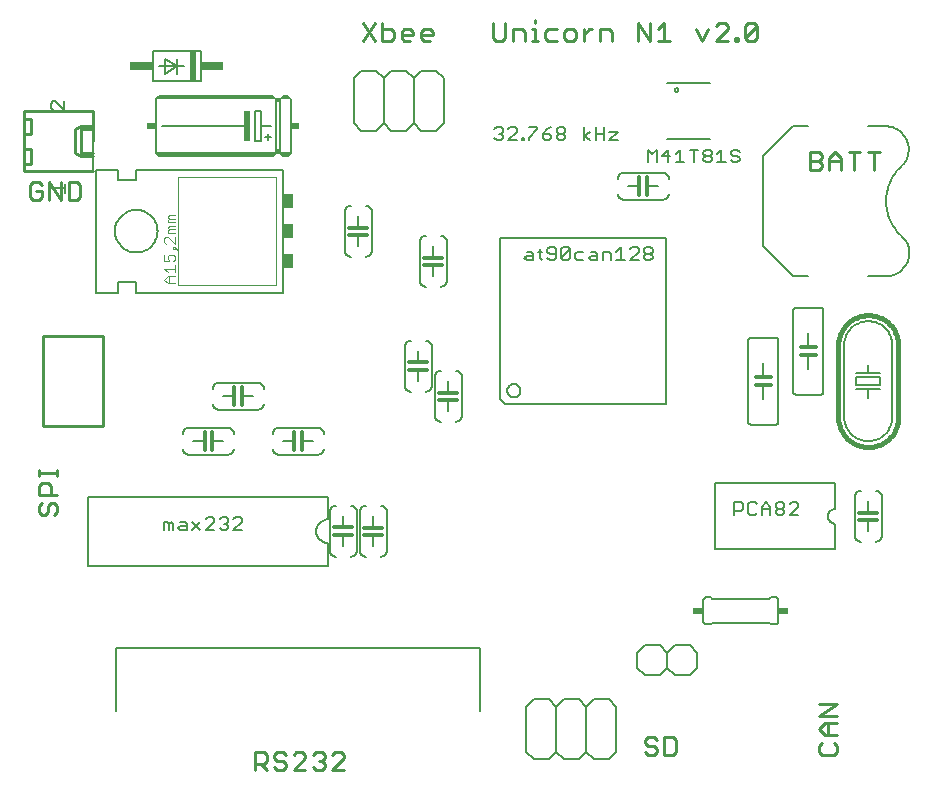
<source format=gto>
G75*
G70*
%OFA0B0*%
%FSLAX24Y24*%
%IPPOS*%
%LPD*%
%AMOC8*
5,1,8,0,0,1.08239X$1,22.5*
%
%ADD10C,0.0110*%
%ADD11C,0.0080*%
%ADD12C,0.0160*%
%ADD13C,0.0060*%
%ADD14C,0.0120*%
%ADD15R,0.0200X0.1000*%
%ADD16R,0.0750X0.0300*%
%ADD17R,0.0340X0.0240*%
%ADD18C,0.0020*%
%ADD19C,0.0040*%
%ADD20R,0.0350X0.0500*%
%ADD21C,0.0100*%
%ADD22R,0.0300X0.0200*%
%ADD23C,0.0070*%
%ADD24C,0.0050*%
D10*
X008680Y003427D02*
X008680Y004018D01*
X008975Y004018D01*
X009074Y003920D01*
X009074Y003723D01*
X008975Y003624D01*
X008680Y003624D01*
X008877Y003624D02*
X009074Y003427D01*
X009324Y003526D02*
X009423Y003427D01*
X009620Y003427D01*
X009718Y003526D01*
X009718Y003624D01*
X009620Y003723D01*
X009423Y003723D01*
X009324Y003821D01*
X009324Y003920D01*
X009423Y004018D01*
X009620Y004018D01*
X009718Y003920D01*
X009969Y003920D02*
X010067Y004018D01*
X010264Y004018D01*
X010363Y003920D01*
X010363Y003821D01*
X009969Y003427D01*
X010363Y003427D01*
X010613Y003526D02*
X010712Y003427D01*
X010909Y003427D01*
X011007Y003526D01*
X011007Y003624D01*
X010909Y003723D01*
X010810Y003723D01*
X010909Y003723D02*
X011007Y003821D01*
X011007Y003920D01*
X010909Y004018D01*
X010712Y004018D01*
X010613Y003920D01*
X011258Y003920D02*
X011356Y004018D01*
X011553Y004018D01*
X011652Y003920D01*
X011652Y003821D01*
X011258Y003427D01*
X011652Y003427D01*
X002070Y012026D02*
X001971Y011927D01*
X002070Y012026D02*
X002070Y012223D01*
X001971Y012321D01*
X001873Y012321D01*
X001775Y012223D01*
X001775Y012026D01*
X001676Y011927D01*
X001578Y011927D01*
X001479Y012026D01*
X001479Y012223D01*
X001578Y012321D01*
X001479Y012572D02*
X001479Y012867D01*
X001578Y012966D01*
X001775Y012966D01*
X001873Y012867D01*
X001873Y012572D01*
X002070Y012572D02*
X001479Y012572D01*
X001479Y013216D02*
X001479Y013413D01*
X001479Y013315D02*
X002070Y013315D01*
X002070Y013413D02*
X002070Y013216D01*
X002218Y022427D02*
X002218Y023018D01*
X002469Y023018D02*
X002764Y023018D01*
X002863Y022920D01*
X002863Y022526D01*
X002764Y022427D01*
X002469Y022427D01*
X002469Y023018D01*
X002218Y022427D02*
X001824Y023018D01*
X001824Y022427D01*
X001574Y022526D02*
X001574Y022723D01*
X001377Y022723D01*
X001574Y022920D02*
X001475Y023018D01*
X001278Y023018D01*
X001180Y022920D01*
X001180Y022526D01*
X001278Y022427D01*
X001475Y022427D01*
X001574Y022526D01*
X012280Y027727D02*
X012674Y028318D01*
X012924Y028318D02*
X012924Y027727D01*
X013220Y027727D01*
X013318Y027826D01*
X013318Y028023D01*
X013220Y028121D01*
X012924Y028121D01*
X012674Y027727D02*
X012280Y028318D01*
X013569Y028023D02*
X013667Y028121D01*
X013864Y028121D01*
X013963Y028023D01*
X013963Y027924D01*
X013569Y027924D01*
X013569Y027826D02*
X013569Y028023D01*
X013569Y027826D02*
X013667Y027727D01*
X013864Y027727D01*
X014213Y027826D02*
X014213Y028023D01*
X014312Y028121D01*
X014509Y028121D01*
X014607Y028023D01*
X014607Y027924D01*
X014213Y027924D01*
X014213Y027826D02*
X014312Y027727D01*
X014509Y027727D01*
X016630Y027826D02*
X016728Y027727D01*
X016925Y027727D01*
X017024Y027826D01*
X017024Y028318D01*
X017274Y028121D02*
X017570Y028121D01*
X017668Y028023D01*
X017668Y027727D01*
X017919Y027727D02*
X018116Y027727D01*
X018017Y027727D02*
X018017Y028121D01*
X017919Y028121D01*
X018017Y028318D02*
X018017Y028416D01*
X018349Y028023D02*
X018349Y027826D01*
X018447Y027727D01*
X018742Y027727D01*
X018993Y027826D02*
X019092Y027727D01*
X019288Y027727D01*
X019387Y027826D01*
X019387Y028023D01*
X019288Y028121D01*
X019092Y028121D01*
X018993Y028023D01*
X018993Y027826D01*
X018742Y028121D02*
X018447Y028121D01*
X018349Y028023D01*
X017274Y028121D02*
X017274Y027727D01*
X016630Y027826D02*
X016630Y028318D01*
X019638Y028121D02*
X019638Y027727D01*
X019638Y027924D02*
X019834Y028121D01*
X019933Y028121D01*
X020175Y028121D02*
X020470Y028121D01*
X020568Y028023D01*
X020568Y027727D01*
X020175Y027727D02*
X020175Y028121D01*
X021464Y028318D02*
X021464Y027727D01*
X021857Y027727D02*
X021464Y028318D01*
X021857Y028318D02*
X021857Y027727D01*
X022108Y027727D02*
X022502Y027727D01*
X022305Y027727D02*
X022305Y028318D01*
X022108Y028121D01*
X023397Y028121D02*
X023594Y027727D01*
X023791Y028121D01*
X024042Y028220D02*
X024140Y028318D01*
X024337Y028318D01*
X024436Y028220D01*
X024436Y028121D01*
X024042Y027727D01*
X024436Y027727D01*
X024686Y027727D02*
X024686Y027826D01*
X024785Y027826D01*
X024785Y027727D01*
X024686Y027727D01*
X025009Y027826D02*
X025402Y028220D01*
X025402Y027826D01*
X025304Y027727D01*
X025107Y027727D01*
X025009Y027826D01*
X025009Y028220D01*
X025107Y028318D01*
X025304Y028318D01*
X025402Y028220D01*
X027180Y024018D02*
X027475Y024018D01*
X027574Y023920D01*
X027574Y023821D01*
X027475Y023723D01*
X027180Y023723D01*
X027180Y024018D02*
X027180Y023427D01*
X027475Y023427D01*
X027574Y023526D01*
X027574Y023624D01*
X027475Y023723D01*
X027824Y023723D02*
X028218Y023723D01*
X028218Y023821D02*
X028218Y023427D01*
X027824Y023427D02*
X027824Y023821D01*
X028021Y024018D01*
X028218Y023821D01*
X028469Y024018D02*
X028863Y024018D01*
X028666Y024018D02*
X028666Y023427D01*
X029310Y023427D02*
X029310Y024018D01*
X029113Y024018D02*
X029507Y024018D01*
X028070Y005610D02*
X027479Y005610D01*
X027479Y005216D02*
X028070Y005610D01*
X028070Y005216D02*
X027479Y005216D01*
X027676Y004966D02*
X028070Y004966D01*
X027775Y004966D02*
X027775Y004572D01*
X027676Y004572D02*
X027479Y004769D01*
X027676Y004966D01*
X027676Y004572D02*
X028070Y004572D01*
X027971Y004321D02*
X028070Y004223D01*
X028070Y004026D01*
X027971Y003927D01*
X027578Y003927D01*
X027479Y004026D01*
X027479Y004223D01*
X027578Y004321D01*
X022718Y004420D02*
X022718Y004026D01*
X022620Y003927D01*
X022324Y003927D01*
X022324Y004518D01*
X022620Y004518D01*
X022718Y004420D01*
X022074Y004420D02*
X021975Y004518D01*
X021778Y004518D01*
X021680Y004420D01*
X021680Y004321D01*
X021778Y004223D01*
X021975Y004223D01*
X022074Y004124D01*
X022074Y004026D01*
X021975Y003927D01*
X021778Y003927D01*
X021680Y004026D01*
D11*
X004062Y005372D02*
X004062Y007475D01*
X016188Y007475D01*
X016188Y005372D01*
X008247Y011412D02*
X007967Y011412D01*
X008247Y011693D01*
X008247Y011763D01*
X008177Y011833D01*
X008037Y011833D01*
X007967Y011763D01*
X007787Y011763D02*
X007787Y011693D01*
X007716Y011623D01*
X007787Y011553D01*
X007787Y011482D01*
X007716Y011412D01*
X007576Y011412D01*
X007506Y011482D01*
X007326Y011412D02*
X007046Y011412D01*
X007326Y011693D01*
X007326Y011763D01*
X007256Y011833D01*
X007116Y011833D01*
X007046Y011763D01*
X006866Y011693D02*
X006586Y011412D01*
X006405Y011412D02*
X006195Y011412D01*
X006125Y011482D01*
X006195Y011553D01*
X006405Y011553D01*
X006405Y011623D02*
X006405Y011412D01*
X006405Y011623D02*
X006335Y011693D01*
X006195Y011693D01*
X005945Y011623D02*
X005945Y011412D01*
X005805Y011412D02*
X005805Y011623D01*
X005875Y011693D01*
X005945Y011623D01*
X005805Y011623D02*
X005735Y011693D01*
X005665Y011693D01*
X005665Y011412D01*
X006586Y011693D02*
X006866Y011412D01*
X007506Y011763D02*
X007576Y011833D01*
X007716Y011833D01*
X007787Y011763D01*
X007716Y011623D02*
X007646Y011623D01*
X017665Y020482D02*
X017735Y020553D01*
X017945Y020553D01*
X017945Y020623D02*
X017945Y020412D01*
X017735Y020412D01*
X017665Y020482D01*
X017735Y020693D02*
X017875Y020693D01*
X017945Y020623D01*
X018125Y020693D02*
X018265Y020693D01*
X018195Y020763D02*
X018195Y020482D01*
X018265Y020412D01*
X018432Y020482D02*
X018502Y020412D01*
X018642Y020412D01*
X018712Y020482D01*
X018712Y020763D01*
X018642Y020833D01*
X018502Y020833D01*
X018432Y020763D01*
X018432Y020693D01*
X018502Y020623D01*
X018712Y020623D01*
X018892Y020763D02*
X018963Y020833D01*
X019103Y020833D01*
X019173Y020763D01*
X018892Y020482D01*
X018963Y020412D01*
X019103Y020412D01*
X019173Y020482D01*
X019173Y020763D01*
X019353Y020623D02*
X019353Y020482D01*
X019423Y020412D01*
X019633Y020412D01*
X019813Y020482D02*
X019883Y020553D01*
X020093Y020553D01*
X020093Y020623D02*
X020093Y020412D01*
X019883Y020412D01*
X019813Y020482D01*
X019883Y020693D02*
X020023Y020693D01*
X020093Y020623D01*
X020274Y020693D02*
X020274Y020412D01*
X020554Y020412D02*
X020554Y020623D01*
X020484Y020693D01*
X020274Y020693D01*
X020734Y020693D02*
X020874Y020833D01*
X020874Y020412D01*
X020734Y020412D02*
X021014Y020412D01*
X021194Y020412D02*
X021474Y020693D01*
X021474Y020763D01*
X021404Y020833D01*
X021264Y020833D01*
X021194Y020763D01*
X021194Y020412D02*
X021474Y020412D01*
X021655Y020482D02*
X021655Y020553D01*
X021725Y020623D01*
X021865Y020623D01*
X021935Y020553D01*
X021935Y020482D01*
X021865Y020412D01*
X021725Y020412D01*
X021655Y020482D01*
X021725Y020623D02*
X021655Y020693D01*
X021655Y020763D01*
X021725Y020833D01*
X021865Y020833D01*
X021935Y020763D01*
X021935Y020693D01*
X021865Y020623D01*
X019633Y020693D02*
X019423Y020693D01*
X019353Y020623D01*
X018892Y020763D02*
X018892Y020482D01*
X021792Y023662D02*
X021792Y024083D01*
X021932Y023943D01*
X022072Y024083D01*
X022072Y023662D01*
X022253Y023873D02*
X022533Y023873D01*
X022713Y023943D02*
X022853Y024083D01*
X022853Y023662D01*
X022713Y023662D02*
X022993Y023662D01*
X023313Y023662D02*
X023313Y024083D01*
X023173Y024083D02*
X023453Y024083D01*
X023634Y024013D02*
X023634Y023943D01*
X023704Y023873D01*
X023844Y023873D01*
X023914Y023803D01*
X023914Y023732D01*
X023844Y023662D01*
X023704Y023662D01*
X023634Y023732D01*
X023634Y023803D01*
X023704Y023873D01*
X023844Y023873D02*
X023914Y023943D01*
X023914Y024013D01*
X023844Y024083D01*
X023704Y024083D01*
X023634Y024013D01*
X024094Y023943D02*
X024234Y024083D01*
X024234Y023662D01*
X024094Y023662D02*
X024374Y023662D01*
X024554Y023732D02*
X024624Y023662D01*
X024764Y023662D01*
X024835Y023732D01*
X024835Y023803D01*
X024764Y023873D01*
X024624Y023873D01*
X024554Y023943D01*
X024554Y024013D01*
X024624Y024083D01*
X024764Y024083D01*
X024835Y024013D01*
X025625Y023872D02*
X025625Y020872D01*
X026625Y019872D01*
X027125Y019872D01*
X029125Y019872D02*
X029725Y019872D01*
X029779Y019874D01*
X029832Y019880D01*
X029885Y019889D01*
X029938Y019902D01*
X029989Y019919D01*
X030039Y019939D01*
X030088Y019963D01*
X030134Y019990D01*
X030179Y020020D01*
X030221Y020054D01*
X030261Y020090D01*
X030299Y020129D01*
X030333Y020171D01*
X030365Y020214D01*
X030393Y020260D01*
X030418Y020308D01*
X030440Y020358D01*
X030458Y020409D01*
X030473Y020461D01*
X030483Y020513D01*
X030490Y020567D01*
X030494Y020621D01*
X030493Y020675D01*
X030489Y020729D01*
X030481Y020782D01*
X030469Y020835D01*
X030454Y020887D01*
X030435Y020937D01*
X030412Y020986D01*
X030386Y021034D01*
X030357Y021079D01*
X030325Y021122D01*
X030264Y021173D01*
X030206Y021228D01*
X030150Y021285D01*
X030098Y021345D01*
X030048Y021407D01*
X030002Y021472D01*
X029959Y021539D01*
X029919Y021608D01*
X029883Y021679D01*
X029850Y021751D01*
X029821Y021826D01*
X029796Y021901D01*
X029774Y021978D01*
X029757Y022055D01*
X029743Y022134D01*
X029733Y022213D01*
X029727Y022292D01*
X029725Y022372D01*
X029727Y022452D01*
X029733Y022531D01*
X029743Y022610D01*
X029757Y022689D01*
X029774Y022766D01*
X029796Y022843D01*
X029821Y022918D01*
X029850Y022993D01*
X029883Y023065D01*
X029919Y023136D01*
X029959Y023205D01*
X030002Y023272D01*
X030048Y023337D01*
X030098Y023399D01*
X030150Y023459D01*
X030206Y023516D01*
X030264Y023571D01*
X030325Y023622D01*
X030324Y023623D02*
X030355Y023668D01*
X030382Y023715D01*
X030406Y023764D01*
X030427Y023815D01*
X030444Y023867D01*
X030457Y023920D01*
X030467Y023974D01*
X030473Y024028D01*
X030475Y024083D01*
X030473Y024137D01*
X030468Y024192D01*
X030459Y024246D01*
X030446Y024299D01*
X030429Y024351D01*
X030409Y024402D01*
X030385Y024451D01*
X030358Y024499D01*
X030328Y024544D01*
X030295Y024587D01*
X030258Y024628D01*
X030219Y024667D01*
X030178Y024702D01*
X030134Y024735D01*
X030088Y024764D01*
X030040Y024790D01*
X029990Y024813D01*
X029939Y024832D01*
X029886Y024848D01*
X029833Y024860D01*
X029779Y024868D01*
X029725Y024872D01*
X029125Y024872D01*
X027125Y024872D02*
X026625Y024872D01*
X025625Y023872D01*
X022463Y023662D02*
X022463Y024083D01*
X022253Y023873D01*
X020781Y024412D02*
X020501Y024412D01*
X020781Y024693D01*
X020501Y024693D01*
X020321Y024623D02*
X020041Y024623D01*
X019867Y024693D02*
X019657Y024553D01*
X019867Y024412D01*
X020041Y024412D02*
X020041Y024833D01*
X020321Y024833D02*
X020321Y024412D01*
X019657Y024412D02*
X019657Y024833D01*
X019017Y024763D02*
X019017Y024693D01*
X018947Y024623D01*
X018806Y024623D01*
X018736Y024693D01*
X018736Y024763D01*
X018806Y024833D01*
X018947Y024833D01*
X019017Y024763D01*
X018947Y024623D02*
X019017Y024553D01*
X019017Y024482D01*
X018947Y024412D01*
X018806Y024412D01*
X018736Y024482D01*
X018736Y024553D01*
X018806Y024623D01*
X018556Y024553D02*
X018486Y024623D01*
X018276Y024623D01*
X018276Y024482D01*
X018346Y024412D01*
X018486Y024412D01*
X018556Y024482D01*
X018556Y024553D01*
X018416Y024763D02*
X018276Y024623D01*
X018416Y024763D02*
X018556Y024833D01*
X018096Y024833D02*
X018096Y024763D01*
X017816Y024482D01*
X017816Y024412D01*
X017656Y024412D02*
X017656Y024482D01*
X017586Y024482D01*
X017586Y024412D01*
X017656Y024412D01*
X017405Y024412D02*
X017125Y024412D01*
X017405Y024693D01*
X017405Y024763D01*
X017335Y024833D01*
X017195Y024833D01*
X017125Y024763D01*
X016945Y024763D02*
X016945Y024693D01*
X016875Y024623D01*
X016945Y024553D01*
X016945Y024482D01*
X016875Y024412D01*
X016735Y024412D01*
X016665Y024482D01*
X016805Y024623D02*
X016875Y024623D01*
X016945Y024763D02*
X016875Y024833D01*
X016735Y024833D01*
X016665Y024763D01*
X017816Y024833D02*
X018096Y024833D01*
X022678Y026082D02*
X022680Y026097D01*
X022686Y026110D01*
X022695Y026122D01*
X022706Y026131D01*
X022720Y026137D01*
X022735Y026139D01*
X022750Y026137D01*
X022763Y026131D01*
X022775Y026122D01*
X022784Y026111D01*
X022790Y026097D01*
X022792Y026082D01*
X022790Y026067D01*
X022784Y026054D01*
X022775Y026042D01*
X022764Y026033D01*
X022750Y026027D01*
X022735Y026025D01*
X022720Y026027D01*
X022707Y026033D01*
X022695Y026042D01*
X022686Y026053D01*
X022680Y026067D01*
X022678Y026082D01*
X024665Y012333D02*
X024875Y012333D01*
X024945Y012263D01*
X024945Y012123D01*
X024875Y012053D01*
X024665Y012053D01*
X024665Y011912D02*
X024665Y012333D01*
X025125Y012263D02*
X025125Y011982D01*
X025195Y011912D01*
X025335Y011912D01*
X025405Y011982D01*
X025586Y011912D02*
X025586Y012193D01*
X025726Y012333D01*
X025866Y012193D01*
X025866Y011912D01*
X026046Y011982D02*
X026116Y011912D01*
X026256Y011912D01*
X026326Y011982D01*
X026326Y012053D01*
X026256Y012123D01*
X026116Y012123D01*
X026046Y012193D01*
X026046Y012263D01*
X026116Y012333D01*
X026256Y012333D01*
X026326Y012263D01*
X026326Y012193D01*
X026256Y012123D01*
X026116Y012123D02*
X026046Y012053D01*
X026046Y011982D01*
X025866Y012123D02*
X025586Y012123D01*
X025405Y012263D02*
X025335Y012333D01*
X025195Y012333D01*
X025125Y012263D01*
X026506Y012263D02*
X026576Y012333D01*
X026716Y012333D01*
X026787Y012263D01*
X026787Y012193D01*
X026506Y011912D01*
X026787Y011912D01*
D12*
X028125Y015172D02*
X028125Y017572D01*
X028127Y017634D01*
X028133Y017695D01*
X028142Y017756D01*
X028155Y017816D01*
X028172Y017875D01*
X028193Y017933D01*
X028217Y017990D01*
X028244Y018045D01*
X028275Y018098D01*
X028309Y018150D01*
X028346Y018199D01*
X028386Y018246D01*
X028429Y018290D01*
X028474Y018331D01*
X028522Y018370D01*
X028573Y018406D01*
X028625Y018438D01*
X028679Y018467D01*
X028735Y018493D01*
X028793Y018515D01*
X028851Y018534D01*
X028911Y018549D01*
X028972Y018560D01*
X029033Y018568D01*
X029094Y018572D01*
X029156Y018572D01*
X029217Y018568D01*
X029278Y018560D01*
X029339Y018549D01*
X029399Y018534D01*
X029457Y018515D01*
X029515Y018493D01*
X029571Y018467D01*
X029625Y018438D01*
X029677Y018406D01*
X029728Y018370D01*
X029776Y018331D01*
X029821Y018290D01*
X029864Y018246D01*
X029904Y018199D01*
X029941Y018150D01*
X029975Y018098D01*
X030006Y018045D01*
X030033Y017990D01*
X030057Y017933D01*
X030078Y017875D01*
X030095Y017816D01*
X030108Y017756D01*
X030117Y017695D01*
X030123Y017634D01*
X030125Y017572D01*
X030125Y015172D01*
X030123Y015110D01*
X030117Y015049D01*
X030108Y014988D01*
X030095Y014928D01*
X030078Y014869D01*
X030057Y014811D01*
X030033Y014754D01*
X030006Y014699D01*
X029975Y014646D01*
X029941Y014594D01*
X029904Y014545D01*
X029864Y014498D01*
X029821Y014454D01*
X029776Y014413D01*
X029728Y014374D01*
X029677Y014338D01*
X029625Y014306D01*
X029571Y014277D01*
X029515Y014251D01*
X029457Y014229D01*
X029399Y014210D01*
X029339Y014195D01*
X029278Y014184D01*
X029217Y014176D01*
X029156Y014172D01*
X029094Y014172D01*
X029033Y014176D01*
X028972Y014184D01*
X028911Y014195D01*
X028851Y014210D01*
X028793Y014229D01*
X028735Y014251D01*
X028679Y014277D01*
X028625Y014306D01*
X028573Y014338D01*
X028522Y014374D01*
X028474Y014413D01*
X028429Y014454D01*
X028386Y014498D01*
X028346Y014545D01*
X028309Y014594D01*
X028275Y014646D01*
X028244Y014699D01*
X028217Y014754D01*
X028193Y014811D01*
X028172Y014869D01*
X028155Y014928D01*
X028142Y014988D01*
X028133Y015049D01*
X028127Y015110D01*
X028125Y015172D01*
D13*
X028325Y015172D02*
X028325Y017572D01*
X028327Y017628D01*
X028333Y017683D01*
X028342Y017738D01*
X028356Y017793D01*
X028373Y017846D01*
X028394Y017897D01*
X028419Y017948D01*
X028447Y017996D01*
X028478Y018042D01*
X028512Y018086D01*
X028550Y018128D01*
X028590Y018167D01*
X028632Y018202D01*
X028678Y018235D01*
X028725Y018265D01*
X028774Y018291D01*
X028825Y018314D01*
X028878Y018333D01*
X028931Y018348D01*
X028986Y018360D01*
X029041Y018368D01*
X029097Y018372D01*
X029153Y018372D01*
X029209Y018368D01*
X029264Y018360D01*
X029319Y018348D01*
X029372Y018333D01*
X029425Y018314D01*
X029476Y018291D01*
X029525Y018265D01*
X029572Y018235D01*
X029618Y018202D01*
X029660Y018167D01*
X029700Y018128D01*
X029738Y018086D01*
X029772Y018042D01*
X029803Y017996D01*
X029831Y017948D01*
X029856Y017897D01*
X029877Y017846D01*
X029894Y017793D01*
X029908Y017738D01*
X029917Y017683D01*
X029923Y017628D01*
X029925Y017572D01*
X029925Y015172D01*
X029923Y015116D01*
X029917Y015061D01*
X029908Y015006D01*
X029894Y014951D01*
X029877Y014898D01*
X029856Y014847D01*
X029831Y014796D01*
X029803Y014748D01*
X029772Y014702D01*
X029738Y014658D01*
X029700Y014616D01*
X029660Y014577D01*
X029618Y014542D01*
X029572Y014509D01*
X029525Y014479D01*
X029476Y014453D01*
X029425Y014430D01*
X029372Y014411D01*
X029319Y014396D01*
X029264Y014384D01*
X029209Y014376D01*
X029153Y014372D01*
X029097Y014372D01*
X029041Y014376D01*
X028986Y014384D01*
X028931Y014396D01*
X028878Y014411D01*
X028825Y014430D01*
X028774Y014453D01*
X028725Y014479D01*
X028678Y014509D01*
X028632Y014542D01*
X028590Y014577D01*
X028550Y014616D01*
X028512Y014658D01*
X028478Y014702D01*
X028447Y014748D01*
X028419Y014796D01*
X028394Y014847D01*
X028373Y014898D01*
X028356Y014951D01*
X028342Y015006D01*
X028333Y015061D01*
X028327Y015116D01*
X028325Y015172D01*
X028725Y016102D02*
X029125Y016102D01*
X029125Y015822D01*
X029125Y016102D02*
X029525Y016102D01*
X029525Y016252D02*
X029525Y016502D01*
X028725Y016502D01*
X028725Y016252D01*
X029525Y016252D01*
X029525Y016642D02*
X029125Y016642D01*
X028725Y016642D01*
X029125Y016642D02*
X029125Y016922D01*
X027625Y016022D02*
X027625Y018722D01*
X027623Y018739D01*
X027619Y018756D01*
X027612Y018772D01*
X027602Y018786D01*
X027589Y018799D01*
X027575Y018809D01*
X027559Y018816D01*
X027542Y018820D01*
X027525Y018822D01*
X026725Y018822D01*
X026708Y018820D01*
X026691Y018816D01*
X026675Y018809D01*
X026661Y018799D01*
X026648Y018786D01*
X026638Y018772D01*
X026631Y018756D01*
X026627Y018739D01*
X026625Y018722D01*
X026625Y016022D01*
X026627Y016005D01*
X026631Y015988D01*
X026638Y015972D01*
X026648Y015958D01*
X026661Y015945D01*
X026675Y015935D01*
X026691Y015928D01*
X026708Y015924D01*
X026725Y015922D01*
X027525Y015922D01*
X027542Y015924D01*
X027559Y015928D01*
X027575Y015935D01*
X027589Y015945D01*
X027602Y015958D01*
X027612Y015972D01*
X027619Y015988D01*
X027623Y016005D01*
X027625Y016022D01*
X027125Y016772D02*
X027125Y017252D01*
X027125Y017502D02*
X027125Y017972D01*
X026125Y017722D02*
X026125Y015022D01*
X026123Y015005D01*
X026119Y014988D01*
X026112Y014972D01*
X026102Y014958D01*
X026089Y014945D01*
X026075Y014935D01*
X026059Y014928D01*
X026042Y014924D01*
X026025Y014922D01*
X025225Y014922D01*
X025208Y014924D01*
X025191Y014928D01*
X025175Y014935D01*
X025161Y014945D01*
X025148Y014958D01*
X025138Y014972D01*
X025131Y014988D01*
X025127Y015005D01*
X025125Y015022D01*
X025125Y017722D01*
X025127Y017739D01*
X025131Y017756D01*
X025138Y017772D01*
X025148Y017786D01*
X025161Y017799D01*
X025175Y017809D01*
X025191Y017816D01*
X025208Y017820D01*
X025225Y017822D01*
X026025Y017822D01*
X026042Y017820D01*
X026059Y017816D01*
X026075Y017809D01*
X026089Y017799D01*
X026102Y017786D01*
X026112Y017772D01*
X026119Y017756D01*
X026123Y017739D01*
X026125Y017722D01*
X025625Y016972D02*
X025625Y016502D01*
X025625Y016252D02*
X025625Y015772D01*
X024025Y012972D02*
X024025Y010772D01*
X028025Y010772D01*
X028025Y011622D01*
X027995Y011624D01*
X027965Y011629D01*
X027936Y011638D01*
X027909Y011651D01*
X027883Y011666D01*
X027859Y011685D01*
X027838Y011706D01*
X027819Y011730D01*
X027804Y011756D01*
X027791Y011783D01*
X027782Y011812D01*
X027777Y011842D01*
X027775Y011872D01*
X027777Y011902D01*
X027782Y011932D01*
X027791Y011961D01*
X027804Y011988D01*
X027819Y012014D01*
X027838Y012038D01*
X027859Y012059D01*
X027883Y012078D01*
X027909Y012093D01*
X027936Y012106D01*
X027965Y012115D01*
X027995Y012120D01*
X028025Y012122D01*
X028025Y012972D01*
X024025Y012972D01*
X022395Y015602D02*
X017025Y015602D01*
X016855Y015772D01*
X016855Y021143D01*
X022395Y021143D01*
X022395Y015602D01*
X017090Y016057D02*
X017092Y016086D01*
X017098Y016115D01*
X017107Y016143D01*
X017121Y016169D01*
X017137Y016193D01*
X017157Y016215D01*
X017180Y016234D01*
X017204Y016250D01*
X017231Y016262D01*
X017259Y016271D01*
X017288Y016276D01*
X017317Y016277D01*
X017347Y016274D01*
X017375Y016267D01*
X017403Y016257D01*
X017428Y016242D01*
X017452Y016225D01*
X017473Y016205D01*
X017491Y016182D01*
X017506Y016156D01*
X017518Y016129D01*
X017526Y016101D01*
X017530Y016072D01*
X017530Y016042D01*
X017526Y016013D01*
X017518Y015985D01*
X017506Y015958D01*
X017491Y015932D01*
X017473Y015909D01*
X017452Y015889D01*
X017428Y015872D01*
X017403Y015857D01*
X017375Y015847D01*
X017347Y015840D01*
X017317Y015837D01*
X017288Y015838D01*
X017259Y015843D01*
X017231Y015852D01*
X017204Y015864D01*
X017180Y015880D01*
X017157Y015899D01*
X017137Y015921D01*
X017121Y015945D01*
X017107Y015971D01*
X017098Y015999D01*
X017092Y016028D01*
X017090Y016057D01*
X015575Y016522D02*
X015575Y015222D01*
X015573Y015196D01*
X015568Y015170D01*
X015560Y015145D01*
X015548Y015122D01*
X015534Y015100D01*
X015516Y015081D01*
X015497Y015063D01*
X015475Y015049D01*
X015452Y015037D01*
X015427Y015029D01*
X015401Y015024D01*
X015375Y015022D01*
X015125Y015372D02*
X015125Y015742D01*
X015125Y015992D02*
X015125Y016372D01*
X015375Y016722D02*
X015401Y016720D01*
X015427Y016715D01*
X015452Y016707D01*
X015475Y016695D01*
X015497Y016681D01*
X015516Y016663D01*
X015534Y016644D01*
X015548Y016622D01*
X015560Y016599D01*
X015568Y016574D01*
X015573Y016548D01*
X015575Y016522D01*
X014875Y016722D02*
X014849Y016720D01*
X014823Y016715D01*
X014798Y016707D01*
X014775Y016695D01*
X014753Y016681D01*
X014734Y016663D01*
X014716Y016644D01*
X014702Y016622D01*
X014690Y016599D01*
X014682Y016574D01*
X014677Y016548D01*
X014675Y016522D01*
X014675Y015222D01*
X014677Y015196D01*
X014682Y015170D01*
X014690Y015145D01*
X014702Y015122D01*
X014716Y015100D01*
X014734Y015081D01*
X014753Y015063D01*
X014775Y015049D01*
X014798Y015037D01*
X014823Y015029D01*
X014849Y015024D01*
X014875Y015022D01*
X014575Y016222D02*
X014575Y017522D01*
X014573Y017548D01*
X014568Y017574D01*
X014560Y017599D01*
X014548Y017622D01*
X014534Y017644D01*
X014516Y017663D01*
X014497Y017681D01*
X014475Y017695D01*
X014452Y017707D01*
X014427Y017715D01*
X014401Y017720D01*
X014375Y017722D01*
X014125Y017372D02*
X014125Y017002D01*
X014125Y016752D02*
X014125Y016372D01*
X014375Y016022D02*
X014401Y016024D01*
X014427Y016029D01*
X014452Y016037D01*
X014475Y016049D01*
X014497Y016063D01*
X014516Y016081D01*
X014534Y016100D01*
X014548Y016122D01*
X014560Y016145D01*
X014568Y016170D01*
X014573Y016196D01*
X014575Y016222D01*
X013875Y016022D02*
X013849Y016024D01*
X013823Y016029D01*
X013798Y016037D01*
X013775Y016049D01*
X013753Y016063D01*
X013734Y016081D01*
X013716Y016100D01*
X013702Y016122D01*
X013690Y016145D01*
X013682Y016170D01*
X013677Y016196D01*
X013675Y016222D01*
X013675Y017522D01*
X013677Y017548D01*
X013682Y017574D01*
X013690Y017599D01*
X013702Y017622D01*
X013716Y017644D01*
X013734Y017663D01*
X013753Y017681D01*
X013775Y017695D01*
X013798Y017707D01*
X013823Y017715D01*
X013849Y017720D01*
X013875Y017722D01*
X014175Y019722D02*
X014175Y021022D01*
X014177Y021048D01*
X014182Y021074D01*
X014190Y021099D01*
X014202Y021122D01*
X014216Y021144D01*
X014234Y021163D01*
X014253Y021181D01*
X014275Y021195D01*
X014298Y021207D01*
X014323Y021215D01*
X014349Y021220D01*
X014375Y021222D01*
X014875Y021222D02*
X014901Y021220D01*
X014927Y021215D01*
X014952Y021207D01*
X014975Y021195D01*
X014997Y021181D01*
X015016Y021163D01*
X015034Y021144D01*
X015048Y021122D01*
X015060Y021099D01*
X015068Y021074D01*
X015073Y021048D01*
X015075Y021022D01*
X015075Y019722D01*
X015073Y019696D01*
X015068Y019670D01*
X015060Y019645D01*
X015048Y019622D01*
X015034Y019600D01*
X015016Y019581D01*
X014997Y019563D01*
X014975Y019549D01*
X014952Y019537D01*
X014927Y019529D01*
X014901Y019524D01*
X014875Y019522D01*
X014625Y019872D02*
X014625Y020242D01*
X014625Y020492D02*
X014625Y020872D01*
X014175Y019722D02*
X014177Y019696D01*
X014182Y019670D01*
X014190Y019645D01*
X014202Y019622D01*
X014216Y019600D01*
X014234Y019581D01*
X014253Y019563D01*
X014275Y019549D01*
X014298Y019537D01*
X014323Y019529D01*
X014349Y019524D01*
X014375Y019522D01*
X012575Y020722D02*
X012575Y022022D01*
X012573Y022048D01*
X012568Y022074D01*
X012560Y022099D01*
X012548Y022122D01*
X012534Y022144D01*
X012516Y022163D01*
X012497Y022181D01*
X012475Y022195D01*
X012452Y022207D01*
X012427Y022215D01*
X012401Y022220D01*
X012375Y022222D01*
X012125Y021872D02*
X012125Y021492D01*
X012125Y021242D02*
X012125Y020872D01*
X012375Y020522D02*
X012401Y020524D01*
X012427Y020529D01*
X012452Y020537D01*
X012475Y020549D01*
X012497Y020563D01*
X012516Y020581D01*
X012534Y020600D01*
X012548Y020622D01*
X012560Y020645D01*
X012568Y020670D01*
X012573Y020696D01*
X012575Y020722D01*
X011875Y020522D02*
X011849Y020524D01*
X011823Y020529D01*
X011798Y020537D01*
X011775Y020549D01*
X011753Y020563D01*
X011734Y020581D01*
X011716Y020600D01*
X011702Y020622D01*
X011690Y020645D01*
X011682Y020670D01*
X011677Y020696D01*
X011675Y020722D01*
X011675Y022022D01*
X011677Y022048D01*
X011682Y022074D01*
X011690Y022099D01*
X011702Y022122D01*
X011716Y022144D01*
X011734Y022163D01*
X011753Y022181D01*
X011775Y022195D01*
X011798Y022207D01*
X011823Y022215D01*
X011849Y022220D01*
X011875Y022222D01*
X009875Y023972D02*
X009525Y023972D01*
X009375Y023972D01*
X005375Y023972D01*
X005375Y025772D01*
X005425Y025822D01*
X005475Y025872D01*
X009275Y025872D01*
X009275Y025852D01*
X005475Y025852D01*
X005425Y025822D02*
X009325Y025822D01*
X009275Y025872D01*
X009325Y025822D02*
X009375Y025772D01*
X009375Y025752D01*
X009525Y025752D01*
X009525Y025772D01*
X009575Y025822D01*
X009825Y025822D01*
X009775Y025872D01*
X009775Y025852D01*
X009625Y025852D01*
X009625Y025872D02*
X009775Y025872D01*
X009825Y025822D02*
X009875Y025772D01*
X009875Y023972D01*
X009775Y023872D01*
X009625Y023872D01*
X009525Y023972D01*
X009525Y024072D01*
X009525Y025722D01*
X009375Y025722D01*
X009375Y025752D01*
X009375Y025772D02*
X009525Y025772D01*
X009525Y025752D02*
X009525Y025722D01*
X009575Y025822D02*
X009625Y025872D01*
X009375Y025722D02*
X009375Y024072D01*
X009525Y024072D01*
X009375Y024072D02*
X009375Y023972D01*
X009275Y023872D01*
X005475Y023872D01*
X005375Y023972D01*
X004725Y023422D02*
X004725Y023072D01*
X004125Y023072D01*
X004125Y023422D01*
X003375Y023422D01*
X003375Y019322D01*
X004125Y019322D01*
X004125Y019672D01*
X004725Y019672D01*
X004725Y019322D01*
X009625Y019322D01*
X009625Y023422D01*
X004725Y023422D01*
X005575Y024872D02*
X008375Y024872D01*
X008875Y024872D02*
X008875Y024372D01*
X008675Y024372D01*
X008675Y025372D01*
X008875Y025372D01*
X008875Y024872D01*
X009225Y024872D01*
X009125Y024622D02*
X009125Y024422D01*
X009225Y024522D02*
X009025Y024522D01*
X006875Y026372D02*
X006875Y027372D01*
X005275Y027372D01*
X005275Y026372D01*
X006875Y026372D01*
X006325Y026872D02*
X006075Y026872D01*
X006075Y027122D01*
X006075Y026872D02*
X006075Y026622D01*
X006075Y026872D02*
X005675Y027122D01*
X005675Y026622D01*
X006075Y026872D01*
X005475Y026872D01*
X004015Y021372D02*
X004017Y021425D01*
X004023Y021478D01*
X004033Y021530D01*
X004047Y021581D01*
X004064Y021631D01*
X004085Y021680D01*
X004110Y021727D01*
X004138Y021772D01*
X004170Y021815D01*
X004205Y021855D01*
X004242Y021892D01*
X004282Y021927D01*
X004325Y021959D01*
X004370Y021987D01*
X004417Y022012D01*
X004466Y022033D01*
X004516Y022050D01*
X004567Y022064D01*
X004619Y022074D01*
X004672Y022080D01*
X004725Y022082D01*
X004778Y022080D01*
X004831Y022074D01*
X004883Y022064D01*
X004934Y022050D01*
X004984Y022033D01*
X005033Y022012D01*
X005080Y021987D01*
X005125Y021959D01*
X005168Y021927D01*
X005208Y021892D01*
X005245Y021855D01*
X005280Y021815D01*
X005312Y021772D01*
X005340Y021727D01*
X005365Y021680D01*
X005386Y021631D01*
X005403Y021581D01*
X005417Y021530D01*
X005427Y021478D01*
X005433Y021425D01*
X005435Y021372D01*
X005433Y021319D01*
X005427Y021266D01*
X005417Y021214D01*
X005403Y021163D01*
X005386Y021113D01*
X005365Y021064D01*
X005340Y021017D01*
X005312Y020972D01*
X005280Y020929D01*
X005245Y020889D01*
X005208Y020852D01*
X005168Y020817D01*
X005125Y020785D01*
X005080Y020757D01*
X005033Y020732D01*
X004984Y020711D01*
X004934Y020694D01*
X004883Y020680D01*
X004831Y020670D01*
X004778Y020664D01*
X004725Y020662D01*
X004672Y020664D01*
X004619Y020670D01*
X004567Y020680D01*
X004516Y020694D01*
X004466Y020711D01*
X004417Y020732D01*
X004370Y020757D01*
X004325Y020785D01*
X004282Y020817D01*
X004242Y020852D01*
X004205Y020889D01*
X004170Y020929D01*
X004138Y020972D01*
X004110Y021017D01*
X004085Y021064D01*
X004064Y021113D01*
X004047Y021163D01*
X004033Y021214D01*
X004023Y021266D01*
X004017Y021319D01*
X004015Y021372D01*
X007475Y016322D02*
X008775Y016322D01*
X008801Y016320D01*
X008827Y016315D01*
X008852Y016307D01*
X008875Y016295D01*
X008897Y016281D01*
X008916Y016263D01*
X008934Y016244D01*
X008948Y016222D01*
X008960Y016199D01*
X008968Y016174D01*
X008973Y016148D01*
X008975Y016122D01*
X008625Y015872D02*
X008245Y015872D01*
X007995Y015872D02*
X007625Y015872D01*
X007275Y015622D02*
X007277Y015596D01*
X007282Y015570D01*
X007290Y015545D01*
X007302Y015522D01*
X007316Y015500D01*
X007334Y015481D01*
X007353Y015463D01*
X007375Y015449D01*
X007398Y015437D01*
X007423Y015429D01*
X007449Y015424D01*
X007475Y015422D01*
X008775Y015422D01*
X008801Y015424D01*
X008827Y015429D01*
X008852Y015437D01*
X008875Y015449D01*
X008897Y015463D01*
X008916Y015481D01*
X008934Y015500D01*
X008948Y015522D01*
X008960Y015545D01*
X008968Y015570D01*
X008973Y015596D01*
X008975Y015622D01*
X009475Y014822D02*
X010775Y014822D01*
X010801Y014820D01*
X010827Y014815D01*
X010852Y014807D01*
X010875Y014795D01*
X010897Y014781D01*
X010916Y014763D01*
X010934Y014744D01*
X010948Y014722D01*
X010960Y014699D01*
X010968Y014674D01*
X010973Y014648D01*
X010975Y014622D01*
X010625Y014372D02*
X010245Y014372D01*
X009995Y014372D02*
X009625Y014372D01*
X009275Y014122D02*
X009277Y014096D01*
X009282Y014070D01*
X009290Y014045D01*
X009302Y014022D01*
X009316Y014000D01*
X009334Y013981D01*
X009353Y013963D01*
X009375Y013949D01*
X009398Y013937D01*
X009423Y013929D01*
X009449Y013924D01*
X009475Y013922D01*
X010775Y013922D01*
X010801Y013924D01*
X010827Y013929D01*
X010852Y013937D01*
X010875Y013949D01*
X010897Y013963D01*
X010916Y013981D01*
X010934Y014000D01*
X010948Y014022D01*
X010960Y014045D01*
X010968Y014070D01*
X010973Y014096D01*
X010975Y014122D01*
X009475Y014822D02*
X009449Y014820D01*
X009423Y014815D01*
X009398Y014807D01*
X009375Y014795D01*
X009353Y014781D01*
X009334Y014763D01*
X009316Y014744D01*
X009302Y014722D01*
X009290Y014699D01*
X009282Y014674D01*
X009277Y014648D01*
X009275Y014622D01*
X007975Y014622D02*
X007973Y014648D01*
X007968Y014674D01*
X007960Y014699D01*
X007948Y014722D01*
X007934Y014744D01*
X007916Y014763D01*
X007897Y014781D01*
X007875Y014795D01*
X007852Y014807D01*
X007827Y014815D01*
X007801Y014820D01*
X007775Y014822D01*
X006475Y014822D01*
X006449Y014820D01*
X006423Y014815D01*
X006398Y014807D01*
X006375Y014795D01*
X006353Y014781D01*
X006334Y014763D01*
X006316Y014744D01*
X006302Y014722D01*
X006290Y014699D01*
X006282Y014674D01*
X006277Y014648D01*
X006275Y014622D01*
X006625Y014372D02*
X007005Y014372D01*
X007255Y014372D02*
X007625Y014372D01*
X007975Y014122D02*
X007973Y014096D01*
X007968Y014070D01*
X007960Y014045D01*
X007948Y014022D01*
X007934Y014000D01*
X007916Y013981D01*
X007897Y013963D01*
X007875Y013949D01*
X007852Y013937D01*
X007827Y013929D01*
X007801Y013924D01*
X007775Y013922D01*
X006475Y013922D01*
X006449Y013924D01*
X006423Y013929D01*
X006398Y013937D01*
X006375Y013949D01*
X006353Y013963D01*
X006334Y013981D01*
X006316Y014000D01*
X006302Y014022D01*
X006290Y014045D01*
X006282Y014070D01*
X006277Y014096D01*
X006275Y014122D01*
X007275Y016122D02*
X007277Y016148D01*
X007282Y016174D01*
X007290Y016199D01*
X007302Y016222D01*
X007316Y016244D01*
X007334Y016263D01*
X007353Y016281D01*
X007375Y016295D01*
X007398Y016307D01*
X007423Y016315D01*
X007449Y016320D01*
X007475Y016322D01*
X011125Y012522D02*
X003125Y012522D01*
X003125Y010222D01*
X011125Y010222D01*
X011125Y010972D01*
X011175Y010722D02*
X011175Y012022D01*
X011177Y012048D01*
X011182Y012074D01*
X011190Y012099D01*
X011202Y012122D01*
X011216Y012144D01*
X011234Y012163D01*
X011253Y012181D01*
X011275Y012195D01*
X011298Y012207D01*
X011323Y012215D01*
X011349Y012220D01*
X011375Y012222D01*
X011125Y012522D02*
X011125Y011772D01*
X011086Y011770D01*
X011047Y011764D01*
X011009Y011755D01*
X010972Y011742D01*
X010936Y011725D01*
X010903Y011705D01*
X010871Y011681D01*
X010842Y011655D01*
X010816Y011626D01*
X010792Y011594D01*
X010772Y011561D01*
X010755Y011525D01*
X010742Y011488D01*
X010733Y011450D01*
X010727Y011411D01*
X010725Y011372D01*
X010727Y011333D01*
X010733Y011294D01*
X010742Y011256D01*
X010755Y011219D01*
X010772Y011183D01*
X010792Y011150D01*
X010816Y011118D01*
X010842Y011089D01*
X010871Y011063D01*
X010903Y011039D01*
X010936Y011019D01*
X010972Y011002D01*
X011009Y010989D01*
X011047Y010980D01*
X011086Y010974D01*
X011125Y010972D01*
X011175Y010722D02*
X011177Y010696D01*
X011182Y010670D01*
X011190Y010645D01*
X011202Y010622D01*
X011216Y010600D01*
X011234Y010581D01*
X011253Y010563D01*
X011275Y010549D01*
X011298Y010537D01*
X011323Y010529D01*
X011349Y010524D01*
X011375Y010522D01*
X011625Y010872D02*
X011625Y011252D01*
X011625Y011502D02*
X011625Y011872D01*
X011875Y012222D02*
X011901Y012220D01*
X011927Y012215D01*
X011952Y012207D01*
X011975Y012195D01*
X011997Y012181D01*
X012016Y012163D01*
X012034Y012144D01*
X012048Y012122D01*
X012060Y012099D01*
X012068Y012074D01*
X012073Y012048D01*
X012075Y012022D01*
X012075Y010722D01*
X012175Y010722D02*
X012175Y012022D01*
X012177Y012048D01*
X012182Y012074D01*
X012190Y012099D01*
X012202Y012122D01*
X012216Y012144D01*
X012234Y012163D01*
X012253Y012181D01*
X012275Y012195D01*
X012298Y012207D01*
X012323Y012215D01*
X012349Y012220D01*
X012375Y012222D01*
X012625Y011872D02*
X012625Y011492D01*
X012625Y011242D02*
X012625Y010872D01*
X012875Y010522D02*
X012901Y010524D01*
X012927Y010529D01*
X012952Y010537D01*
X012975Y010549D01*
X012997Y010563D01*
X013016Y010581D01*
X013034Y010600D01*
X013048Y010622D01*
X013060Y010645D01*
X013068Y010670D01*
X013073Y010696D01*
X013075Y010722D01*
X013075Y012022D01*
X013073Y012048D01*
X013068Y012074D01*
X013060Y012099D01*
X013048Y012122D01*
X013034Y012144D01*
X013016Y012163D01*
X012997Y012181D01*
X012975Y012195D01*
X012952Y012207D01*
X012927Y012215D01*
X012901Y012220D01*
X012875Y012222D01*
X012175Y010722D02*
X012177Y010696D01*
X012182Y010670D01*
X012190Y010645D01*
X012202Y010622D01*
X012216Y010600D01*
X012234Y010581D01*
X012253Y010563D01*
X012275Y010549D01*
X012298Y010537D01*
X012323Y010529D01*
X012349Y010524D01*
X012375Y010522D01*
X012075Y010722D02*
X012073Y010696D01*
X012068Y010670D01*
X012060Y010645D01*
X012048Y010622D01*
X012034Y010600D01*
X012016Y010581D01*
X011997Y010563D01*
X011975Y010549D01*
X011952Y010537D01*
X011927Y010529D01*
X011901Y010524D01*
X011875Y010522D01*
X017725Y005522D02*
X017975Y005772D01*
X018475Y005772D01*
X018725Y005522D01*
X018725Y004022D01*
X018975Y003772D01*
X019475Y003772D01*
X019725Y004022D01*
X019975Y003772D01*
X020475Y003772D01*
X020725Y004022D01*
X020725Y005522D01*
X020475Y005772D01*
X019975Y005772D01*
X019725Y005522D01*
X019725Y004022D01*
X018725Y004022D02*
X018475Y003772D01*
X017975Y003772D01*
X017725Y004022D01*
X017725Y005522D01*
X018725Y005522D02*
X018975Y005772D01*
X019475Y005772D01*
X019725Y005522D01*
X021425Y006822D02*
X021425Y007322D01*
X021675Y007572D01*
X022175Y007572D01*
X022425Y007322D01*
X022675Y007572D01*
X023175Y007572D01*
X023425Y007322D01*
X023425Y006822D01*
X023175Y006572D01*
X022675Y006572D01*
X022425Y006822D01*
X022175Y006572D01*
X021675Y006572D01*
X021425Y006822D01*
X022425Y006822D02*
X022425Y007322D01*
X023625Y008372D02*
X023625Y009072D01*
X023627Y009089D01*
X023631Y009106D01*
X023638Y009122D01*
X023648Y009136D01*
X023661Y009149D01*
X023675Y009159D01*
X023691Y009166D01*
X023708Y009170D01*
X023725Y009172D01*
X023875Y009172D01*
X023925Y009122D01*
X025825Y009122D01*
X025875Y009172D01*
X026025Y009172D01*
X026042Y009170D01*
X026059Y009166D01*
X026075Y009159D01*
X026089Y009149D01*
X026102Y009136D01*
X026112Y009122D01*
X026119Y009106D01*
X026123Y009089D01*
X026125Y009072D01*
X026125Y008372D01*
X026123Y008355D01*
X026119Y008338D01*
X026112Y008322D01*
X026102Y008308D01*
X026089Y008295D01*
X026075Y008285D01*
X026059Y008278D01*
X026042Y008274D01*
X026025Y008272D01*
X025875Y008272D01*
X025825Y008322D01*
X023925Y008322D01*
X023875Y008272D01*
X023725Y008272D01*
X023708Y008274D01*
X023691Y008278D01*
X023675Y008285D01*
X023661Y008295D01*
X023648Y008308D01*
X023638Y008322D01*
X023631Y008338D01*
X023627Y008355D01*
X023625Y008372D01*
X028675Y011222D02*
X028675Y012522D01*
X028677Y012548D01*
X028682Y012574D01*
X028690Y012599D01*
X028702Y012622D01*
X028716Y012644D01*
X028734Y012663D01*
X028753Y012681D01*
X028775Y012695D01*
X028798Y012707D01*
X028823Y012715D01*
X028849Y012720D01*
X028875Y012722D01*
X029125Y012372D02*
X029125Y011992D01*
X029125Y011742D02*
X029125Y011372D01*
X029375Y011022D02*
X029401Y011024D01*
X029427Y011029D01*
X029452Y011037D01*
X029475Y011049D01*
X029497Y011063D01*
X029516Y011081D01*
X029534Y011100D01*
X029548Y011122D01*
X029560Y011145D01*
X029568Y011170D01*
X029573Y011196D01*
X029575Y011222D01*
X029575Y012522D01*
X029573Y012548D01*
X029568Y012574D01*
X029560Y012599D01*
X029548Y012622D01*
X029534Y012644D01*
X029516Y012663D01*
X029497Y012681D01*
X029475Y012695D01*
X029452Y012707D01*
X029427Y012715D01*
X029401Y012720D01*
X029375Y012722D01*
X028675Y011222D02*
X028677Y011196D01*
X028682Y011170D01*
X028690Y011145D01*
X028702Y011122D01*
X028716Y011100D01*
X028734Y011081D01*
X028753Y011063D01*
X028775Y011049D01*
X028798Y011037D01*
X028823Y011029D01*
X028849Y011024D01*
X028875Y011022D01*
X022275Y022422D02*
X020975Y022422D01*
X020949Y022424D01*
X020923Y022429D01*
X020898Y022437D01*
X020875Y022449D01*
X020853Y022463D01*
X020834Y022481D01*
X020816Y022500D01*
X020802Y022522D01*
X020790Y022545D01*
X020782Y022570D01*
X020777Y022596D01*
X020775Y022622D01*
X021125Y022872D02*
X021495Y022872D01*
X021745Y022872D02*
X022125Y022872D01*
X022475Y022622D02*
X022473Y022596D01*
X022468Y022570D01*
X022460Y022545D01*
X022448Y022522D01*
X022434Y022500D01*
X022416Y022481D01*
X022397Y022463D01*
X022375Y022449D01*
X022352Y022437D01*
X022327Y022429D01*
X022301Y022424D01*
X022275Y022422D01*
X022475Y023122D02*
X022473Y023148D01*
X022468Y023174D01*
X022460Y023199D01*
X022448Y023222D01*
X022434Y023244D01*
X022416Y023263D01*
X022397Y023281D01*
X022375Y023295D01*
X022352Y023307D01*
X022327Y023315D01*
X022301Y023320D01*
X022275Y023322D01*
X020975Y023322D01*
X020949Y023320D01*
X020923Y023315D01*
X020898Y023307D01*
X020875Y023295D01*
X020853Y023281D01*
X020834Y023263D01*
X020816Y023244D01*
X020802Y023222D01*
X020790Y023199D01*
X020782Y023174D01*
X020777Y023148D01*
X020775Y023122D01*
X022415Y024443D02*
X023835Y024443D01*
X023835Y026302D02*
X022415Y026302D01*
X014975Y026472D02*
X014975Y024972D01*
X014725Y024722D01*
X014225Y024722D01*
X013975Y024972D01*
X013975Y026472D01*
X014225Y026722D01*
X014725Y026722D01*
X014975Y026472D01*
X013975Y026472D02*
X013725Y026722D01*
X013225Y026722D01*
X012975Y026472D01*
X012975Y024972D01*
X013225Y024722D01*
X013725Y024722D01*
X013975Y024972D01*
X012975Y024972D02*
X012725Y024722D01*
X012225Y024722D01*
X011975Y024972D01*
X011975Y026472D01*
X012225Y026722D01*
X012725Y026722D01*
X012975Y026472D01*
D14*
X009775Y023922D02*
X009625Y023922D01*
X009475Y024022D02*
X009425Y024022D01*
X009275Y023922D02*
X005475Y023922D01*
X011825Y021492D02*
X012125Y021492D01*
X012425Y021492D01*
X012425Y021242D02*
X012125Y021242D01*
X011825Y021242D01*
X014325Y020492D02*
X014625Y020492D01*
X014925Y020492D01*
X014925Y020242D02*
X014625Y020242D01*
X014325Y020242D01*
X014425Y017002D02*
X014125Y017002D01*
X013825Y017002D01*
X013825Y016752D02*
X014125Y016752D01*
X014425Y016752D01*
X014825Y015992D02*
X015125Y015992D01*
X015425Y015992D01*
X015425Y015742D02*
X015125Y015742D01*
X014825Y015742D01*
X012925Y011492D02*
X012625Y011492D01*
X012325Y011492D01*
X012325Y011242D02*
X012625Y011242D01*
X012925Y011242D01*
X011925Y011252D02*
X011625Y011252D01*
X011325Y011252D01*
X011325Y011502D02*
X011625Y011502D01*
X011925Y011502D01*
X010245Y014072D02*
X010245Y014372D01*
X010245Y014672D01*
X009995Y014672D02*
X009995Y014372D01*
X009995Y014072D01*
X008245Y015572D02*
X008245Y015872D01*
X008245Y016172D01*
X007995Y016172D02*
X007995Y015872D01*
X007995Y015572D01*
X007255Y014672D02*
X007255Y014372D01*
X007255Y014072D01*
X007005Y014072D02*
X007005Y014372D01*
X007005Y014672D01*
X021495Y022572D02*
X021495Y022872D01*
X021495Y023172D01*
X021745Y023172D02*
X021745Y022872D01*
X021745Y022572D01*
X026875Y017502D02*
X027125Y017502D01*
X027375Y017502D01*
X027375Y017252D02*
X027125Y017252D01*
X026875Y017252D01*
X025875Y016502D02*
X025625Y016502D01*
X025375Y016502D01*
X025375Y016252D02*
X025625Y016252D01*
X025875Y016252D01*
X028825Y011992D02*
X029125Y011992D01*
X029425Y011992D01*
X029425Y011742D02*
X029125Y011742D01*
X028825Y011742D01*
D15*
X008425Y024872D03*
X006625Y026872D03*
D16*
X007250Y026872D03*
X004900Y026872D03*
D17*
X023455Y008722D03*
X026295Y008722D03*
D18*
X009375Y019572D02*
X006125Y019572D01*
X006125Y023172D01*
X009375Y023172D01*
X009375Y019572D01*
D19*
X006005Y019642D02*
X005771Y019642D01*
X005655Y019759D01*
X005771Y019876D01*
X006005Y019876D01*
X006005Y020002D02*
X006005Y020235D01*
X006005Y020118D02*
X005655Y020118D01*
X005771Y020002D01*
X005830Y019876D02*
X005830Y019642D01*
X005830Y020361D02*
X005771Y020477D01*
X005771Y020536D01*
X005830Y020594D01*
X005947Y020594D01*
X006005Y020536D01*
X006005Y020419D01*
X005947Y020361D01*
X005830Y020361D02*
X005655Y020361D01*
X005655Y020594D01*
X005947Y020778D02*
X006005Y020778D01*
X006005Y020836D01*
X005947Y020836D01*
X005947Y020778D01*
X006005Y020836D02*
X006122Y020720D01*
X006005Y020959D02*
X005771Y021193D01*
X005713Y021193D01*
X005655Y021134D01*
X005655Y021017D01*
X005713Y020959D01*
X006005Y020959D02*
X006005Y021193D01*
X006005Y021318D02*
X005771Y021318D01*
X005771Y021377D01*
X005830Y021435D01*
X005771Y021493D01*
X005830Y021552D01*
X006005Y021552D01*
X006005Y021435D02*
X005830Y021435D01*
X005771Y021677D02*
X005771Y021736D01*
X005830Y021794D01*
X005771Y021852D01*
X005830Y021911D01*
X006005Y021911D01*
X006005Y021794D02*
X005830Y021794D01*
X005771Y021677D02*
X006005Y021677D01*
D20*
X009800Y021372D03*
X009800Y020372D03*
X009800Y022372D03*
D21*
X003625Y017872D02*
X003625Y014872D01*
X001625Y014872D01*
X001625Y017872D01*
X003625Y017872D01*
X003275Y023372D02*
X002125Y023372D01*
X000975Y023372D01*
X000975Y023622D01*
X001225Y023622D01*
X001225Y024122D01*
X000975Y024122D01*
X000975Y024622D01*
X001225Y024622D01*
X001225Y025122D01*
X000975Y025122D01*
X000975Y025372D01*
X000975Y024372D01*
X000975Y024122D02*
X000975Y023622D01*
X002675Y023972D02*
X002875Y023872D01*
X003275Y023872D01*
X003275Y023972D02*
X002875Y023972D01*
X002875Y023872D01*
X002875Y023972D02*
X002875Y024772D01*
X003275Y024772D01*
X003275Y024872D02*
X002875Y024872D01*
X002675Y024772D01*
X002675Y023972D01*
X003275Y024372D02*
X003275Y024872D01*
X003275Y025372D01*
X002125Y025372D01*
X000975Y025372D01*
X002875Y024872D02*
X002875Y024772D01*
D22*
X005225Y024872D03*
X010025Y024872D03*
D23*
X002319Y025408D02*
X002032Y025695D01*
X001961Y025695D01*
X001889Y025623D01*
X001889Y025479D01*
X001961Y025408D01*
X002319Y025408D02*
X002319Y025695D01*
X002349Y022945D02*
X002349Y022658D01*
X002349Y022801D02*
X001919Y022801D01*
X002062Y022658D01*
D24*
X000975Y023372D02*
X000975Y023622D01*
X000975Y024122D02*
X000975Y024372D01*
X000975Y025122D02*
X000975Y025272D01*
X003125Y024872D02*
X003275Y024872D01*
X003275Y024772D01*
X003275Y024372D02*
X003275Y023372D01*
M02*

</source>
